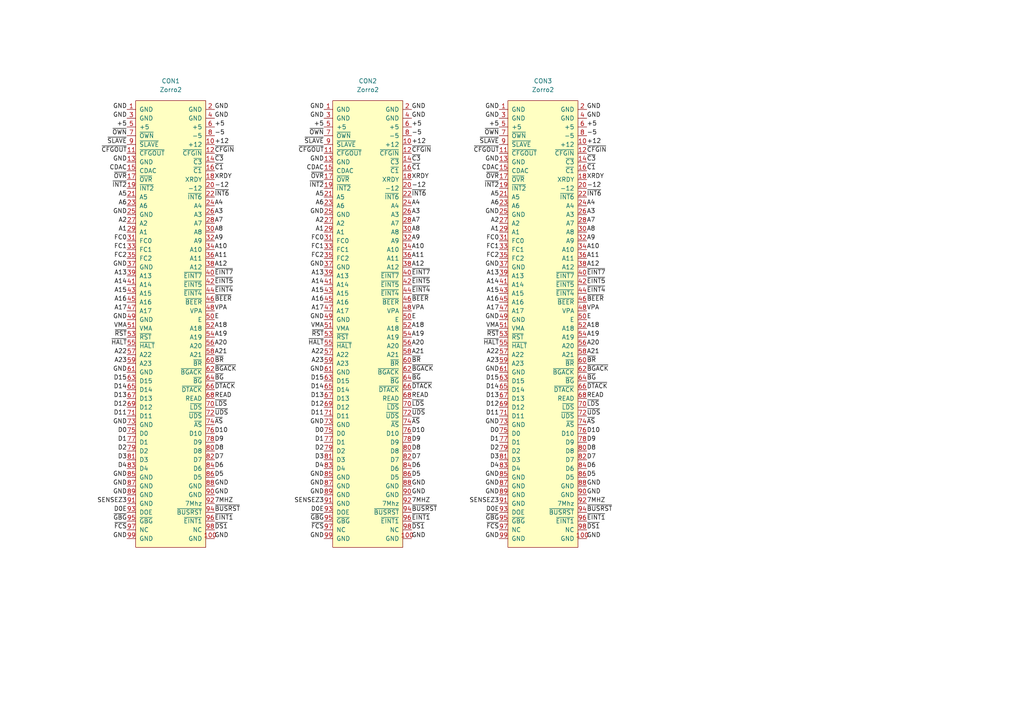
<source format=kicad_sch>
(kicad_sch (version 20211123) (generator eeschema)
  (paper "A4")
  (lib_symbols
    (symbol "Zorro2_1" (pin_names (offset 1.016))
      (property "Reference" "CON3" (at 10.16 5.715 0))
      (property "Value" "Zorro2" (at 10.16 3.175 0))
      (symbol "Zorro2_1_0_1"
        (rectangle (start 0 0) (end 20.32 -129.54) (fill (type background)))
      )
      (symbol "Zorro2_1_1_1"
        (pin power_out line (at -2.54 -2.54 0) (length 2.54) (name "GND") (number "1"))
        (pin power_out line (at 22.86 -12.7 180) (length 2.54) (name "+12") (number "10"))
        (pin power_out line (at 22.86 -127 180) (length 2.54) (name "GND") (number "100"))
        (pin input line (at -2.54 -15.24 0) (length 2.54) (name "~{CFGOUT}") (number "11"))
        (pin output line (at 22.86 -15.24 180) (length 2.54) (name "~{CFGIN}") (number "12"))
        (pin power_out line (at -2.54 -17.78 0) (length 2.54) (name "GND") (number "13"))
        (pin output line (at 22.86 -17.78 180) (length 2.54) (name "~{C3}") (number "14"))
        (pin output line (at -2.54 -20.32 0) (length 2.54) (name "CDAC") (number "15"))
        (pin output line (at 22.86 -20.32 180) (length 2.54) (name "~{C1}") (number "16"))
        (pin input line (at -2.54 -22.86 0) (length 2.54) (name "~{OVR}") (number "17"))
        (pin input line (at 22.86 -22.86 180) (length 2.54) (name "XRDY") (number "18"))
        (pin input line (at -2.54 -25.4 0) (length 2.54) (name "~{INT2}") (number "19"))
        (pin power_out line (at 22.86 -2.54 180) (length 2.54) (name "GND") (number "2"))
        (pin power_out line (at 22.86 -25.4 180) (length 2.54) (name "-12") (number "20"))
        (pin output line (at -2.54 -27.94 0) (length 2.54) (name "A5") (number "21"))
        (pin input line (at 22.86 -27.94 180) (length 2.54) (name "~{INT6}") (number "22"))
        (pin output line (at -2.54 -30.48 0) (length 2.54) (name "A6") (number "23"))
        (pin output line (at 22.86 -30.48 180) (length 2.54) (name "A4") (number "24"))
        (pin power_out line (at -2.54 -33.02 0) (length 2.54) (name "GND") (number "25"))
        (pin output line (at 22.86 -33.02 180) (length 2.54) (name "A3") (number "26"))
        (pin output line (at -2.54 -35.56 0) (length 2.54) (name "A2") (number "27"))
        (pin output line (at 22.86 -35.56 180) (length 2.54) (name "A7") (number "28"))
        (pin output line (at -2.54 -38.1 0) (length 2.54) (name "A1") (number "29"))
        (pin power_out line (at -2.54 -5.08 0) (length 2.54) (name "GND") (number "3"))
        (pin output line (at 22.86 -38.1 180) (length 2.54) (name "A8") (number "30"))
        (pin output line (at -2.54 -40.64 0) (length 2.54) (name "FC0") (number "31"))
        (pin output line (at 22.86 -40.64 180) (length 2.54) (name "A9") (number "32"))
        (pin output line (at -2.54 -43.18 0) (length 2.54) (name "FC1") (number "33"))
        (pin output line (at 22.86 -43.18 180) (length 2.54) (name "A10") (number "34"))
        (pin output line (at -2.54 -45.72 0) (length 2.54) (name "FC2") (number "35"))
        (pin output line (at 22.86 -45.72 180) (length 2.54) (name "A11") (number "36"))
        (pin power_out line (at -2.54 -48.26 0) (length 2.54) (name "GND") (number "37"))
        (pin output line (at 22.86 -48.26 180) (length 2.54) (name "A12") (number "38"))
        (pin output line (at -2.54 -50.8 0) (length 2.54) (name "A13") (number "39"))
        (pin power_out line (at 22.86 -5.08 180) (length 2.54) (name "GND") (number "4"))
        (pin input line (at 22.86 -50.8 180) (length 2.54) (name "~{EINT7}") (number "40"))
        (pin output line (at -2.54 -53.34 0) (length 2.54) (name "A14") (number "41"))
        (pin input line (at 22.86 -53.34 180) (length 2.54) (name "~{EINT5}") (number "42"))
        (pin output line (at -2.54 -55.88 0) (length 2.54) (name "A15") (number "43"))
        (pin input line (at 22.86 -55.88 180) (length 2.54) (name "~{EINT4}") (number "44"))
        (pin output line (at -2.54 -58.42 0) (length 2.54) (name "A16") (number "45"))
        (pin output line (at 22.86 -58.42 180) (length 2.54) (name "~{BEER}") (number "46"))
        (pin output line (at -2.54 -60.96 0) (length 2.54) (name "A17") (number "47"))
        (pin input line (at 22.86 -60.96 180) (length 2.54) (name "VPA") (number "48"))
        (pin power_out line (at -2.54 -63.5 0) (length 2.54) (name "GND") (number "49"))
        (pin power_out line (at -2.54 -7.62 0) (length 2.54) (name "+5") (number "5"))
        (pin output line (at 22.86 -63.5 180) (length 2.54) (name "E") (number "50"))
        (pin output line (at -2.54 -66.04 0) (length 2.54) (name "VMA") (number "51"))
        (pin output line (at 22.86 -66.04 180) (length 2.54) (name "A18") (number "52"))
        (pin output line (at -2.54 -68.58 0) (length 2.54) (name "~{RST}") (number "53"))
        (pin output line (at 22.86 -68.58 180) (length 2.54) (name "A19") (number "54"))
        (pin output line (at -2.54 -71.12 0) (length 2.54) (name "~{HALT}") (number "55"))
        (pin output line (at 22.86 -71.12 180) (length 2.54) (name "A20") (number "56"))
        (pin output line (at -2.54 -73.66 0) (length 2.54) (name "A22") (number "57"))
        (pin output line (at 22.86 -73.66 180) (length 2.54) (name "A21") (number "58"))
        (pin output line (at -2.54 -76.2 0) (length 2.54) (name "A23") (number "59"))
        (pin power_out line (at 22.86 -7.62 180) (length 2.54) (name "+5") (number "6"))
        (pin input line (at 22.86 -76.2 180) (length 2.54) (name "~{BR}") (number "60"))
        (pin power_out line (at -2.54 -78.74 0) (length 2.54) (name "GND") (number "61"))
        (pin input line (at 22.86 -78.74 180) (length 2.54) (name "~{BGACK}") (number "62"))
        (pin bidirectional line (at -2.54 -81.28 0) (length 2.54) (name "D15") (number "63"))
        (pin output line (at 22.86 -81.28 180) (length 2.54) (name "~{BG}") (number "64"))
        (pin bidirectional line (at -2.54 -83.82 0) (length 2.54) (name "D14") (number "65"))
        (pin input line (at 22.86 -83.82 180) (length 2.54) (name "~{DTACK}") (number "66"))
        (pin bidirectional line (at -2.54 -86.36 0) (length 2.54) (name "D13") (number "67"))
        (pin output line (at 22.86 -86.36 180) (length 2.54) (name "READ") (number "68"))
        (pin bidirectional line (at -2.54 -88.9 0) (length 2.54) (name "D12") (number "69"))
        (pin input line (at -2.54 -10.16 0) (length 2.54) (name "~{OWN}") (number "7"))
        (pin output line (at 22.86 -88.9 180) (length 2.54) (name "~{LDS}") (number "70"))
        (pin bidirectional line (at -2.54 -91.44 0) (length 2.54) (name "D11") (number "71"))
        (pin output line (at 22.86 -91.44 180) (length 2.54) (name "~{UDS}") (number "72"))
        (pin power_out line (at -2.54 -93.98 0) (length 2.54) (name "GND") (number "73"))
        (pin output line (at 22.86 -93.98 180) (length 2.54) (name "~{AS}") (number "74"))
        (pin bidirectional line (at -2.54 -96.52 0) (length 2.54) (name "D0") (number "75"))
        (pin bidirectional line (at 22.86 -96.52 180) (length 2.54) (name "D10") (number "76"))
        (pin bidirectional line (at -2.54 -99.06 0) (length 2.54) (name "D1") (number "77"))
        (pin bidirectional line (at 22.86 -99.06 180) (length 2.54) (name "D9") (number "78"))
        (pin bidirectional line (at -2.54 -101.6 0) (length 2.54) (name "D2") (number "79"))
        (pin power_out line (at 22.86 -10.16 180) (length 2.54) (name "-5") (number "8"))
        (pin bidirectional line (at 22.86 -101.6 180) (length 2.54) (name "D8") (number "80"))
        (pin bidirectional line (at -2.54 -104.14 0) (length 2.54) (name "D3") (number "81"))
        (pin bidirectional line (at 22.86 -104.14 180) (length 2.54) (name "D7") (number "82"))
        (pin bidirectional line (at -2.54 -106.68 0) (length 2.54) (name "D4") (number "83"))
        (pin bidirectional line (at 22.86 -106.68 180) (length 2.54) (name "D6") (number "84"))
        (pin power_out line (at -2.54 -109.22 0) (length 2.54) (name "GND") (number "85"))
        (pin bidirectional line (at 22.86 -109.22 180) (length 2.54) (name "D5") (number "86"))
        (pin power_out line (at -2.54 -111.76 0) (length 2.54) (name "GND") (number "87"))
        (pin power_out line (at 22.86 -111.76 180) (length 2.54) (name "GND") (number "88"))
        (pin power_out line (at -2.54 -114.3 0) (length 2.54) (name "GND") (number "89"))
        (pin input line (at -2.54 -12.7 0) (length 2.54) (name "~{SLAVE}") (number "9"))
        (pin power_out line (at 22.86 -114.3 180) (length 2.54) (name "GND") (number "90"))
        (pin power_out line (at -2.54 -116.84 0) (length 2.54) (name "GND") (number "91"))
        (pin output line (at 22.86 -116.84 180) (length 2.54) (name "7Mhz") (number "92"))
        (pin output line (at -2.54 -119.38 0) (length 2.54) (name "DOE") (number "93"))
        (pin bidirectional line (at 22.86 -119.38 180) (length 2.54) (name "~{BUSRST}") (number "94"))
        (pin output line (at -2.54 -121.92 0) (length 2.54) (name "~{GBG}") (number "95"))
        (pin input line (at 22.86 -121.92 180) (length 2.54) (name "~{EINT1}") (number "96"))
        (pin output line (at -2.54 -124.46 0) (length 2.54) (name "NC") (number "97"))
        (pin output line (at 22.86 -124.46 180) (length 2.54) (name "NC") (number "98"))
        (pin power_out line (at -2.54 -127 0) (length 2.54) (name "GND") (number "99"))
      )
    )
    (symbol "Zorro2_2" (pin_names (offset 1.016))
      (property "Reference" "CON2" (at 10.16 5.715 0))
      (property "Value" "Zorro2" (at 10.16 3.175 0))
      (symbol "Zorro2_2_0_1"
        (rectangle (start 0 0) (end 20.32 -129.54) (fill (type background)))
      )
      (symbol "Zorro2_2_1_1"
        (pin power_out line (at -2.54 -2.54 0) (length 2.54) (name "GND") (number "1"))
        (pin power_out line (at 22.86 -12.7 180) (length 2.54) (name "+12") (number "10"))
        (pin power_out line (at 22.86 -127 180) (length 2.54) (name "GND") (number "100"))
        (pin input line (at -2.54 -15.24 0) (length 2.54) (name "~{CFGOUT}") (number "11"))
        (pin output line (at 22.86 -15.24 180) (length 2.54) (name "~{CFGIN}") (number "12"))
        (pin power_out line (at -2.54 -17.78 0) (length 2.54) (name "GND") (number "13"))
        (pin output line (at 22.86 -17.78 180) (length 2.54) (name "~{C3}") (number "14"))
        (pin output line (at -2.54 -20.32 0) (length 2.54) (name "CDAC") (number "15"))
        (pin output line (at 22.86 -20.32 180) (length 2.54) (name "~{C1}") (number "16"))
        (pin input line (at -2.54 -22.86 0) (length 2.54) (name "~{OVR}") (number "17"))
        (pin input line (at 22.86 -22.86 180) (length 2.54) (name "XRDY") (number "18"))
        (pin input line (at -2.54 -25.4 0) (length 2.54) (name "~{INT2}") (number "19"))
        (pin power_out line (at 22.86 -2.54 180) (length 2.54) (name "GND") (number "2"))
        (pin power_out line (at 22.86 -25.4 180) (length 2.54) (name "-12") (number "20"))
        (pin output line (at -2.54 -27.94 0) (length 2.54) (name "A5") (number "21"))
        (pin input line (at 22.86 -27.94 180) (length 2.54) (name "~{INT6}") (number "22"))
        (pin output line (at -2.54 -30.48 0) (length 2.54) (name "A6") (number "23"))
        (pin output line (at 22.86 -30.48 180) (length 2.54) (name "A4") (number "24"))
        (pin power_out line (at -2.54 -33.02 0) (length 2.54) (name "GND") (number "25"))
        (pin output line (at 22.86 -33.02 180) (length 2.54) (name "A3") (number "26"))
        (pin output line (at -2.54 -35.56 0) (length 2.54) (name "A2") (number "27"))
        (pin output line (at 22.86 -35.56 180) (length 2.54) (name "A7") (number "28"))
        (pin output line (at -2.54 -38.1 0) (length 2.54) (name "A1") (number "29"))
        (pin power_out line (at -2.54 -5.08 0) (length 2.54) (name "GND") (number "3"))
        (pin output line (at 22.86 -38.1 180) (length 2.54) (name "A8") (number "30"))
        (pin output line (at -2.54 -40.64 0) (length 2.54) (name "FC0") (number "31"))
        (pin output line (at 22.86 -40.64 180) (length 2.54) (name "A9") (number "32"))
        (pin output line (at -2.54 -43.18 0) (length 2.54) (name "FC1") (number "33"))
        (pin output line (at 22.86 -43.18 180) (length 2.54) (name "A10") (number "34"))
        (pin output line (at -2.54 -45.72 0) (length 2.54) (name "FC2") (number "35"))
        (pin output line (at 22.86 -45.72 180) (length 2.54) (name "A11") (number "36"))
        (pin power_out line (at -2.54 -48.26 0) (length 2.54) (name "GND") (number "37"))
        (pin output line (at 22.86 -48.26 180) (length 2.54) (name "A12") (number "38"))
        (pin output line (at -2.54 -50.8 0) (length 2.54) (name "A13") (number "39"))
        (pin power_out line (at 22.86 -5.08 180) (length 2.54) (name "GND") (number "4"))
        (pin input line (at 22.86 -50.8 180) (length 2.54) (name "~{EINT7}") (number "40"))
        (pin output line (at -2.54 -53.34 0) (length 2.54) (name "A14") (number "41"))
        (pin input line (at 22.86 -53.34 180) (length 2.54) (name "~{EINT5}") (number "42"))
        (pin output line (at -2.54 -55.88 0) (length 2.54) (name "A15") (number "43"))
        (pin input line (at 22.86 -55.88 180) (length 2.54) (name "~{EINT4}") (number "44"))
        (pin output line (at -2.54 -58.42 0) (length 2.54) (name "A16") (number "45"))
        (pin output line (at 22.86 -58.42 180) (length 2.54) (name "~{BEER}") (number "46"))
        (pin output line (at -2.54 -60.96 0) (length 2.54) (name "A17") (number "47"))
        (pin input line (at 22.86 -60.96 180) (length 2.54) (name "VPA") (number "48"))
        (pin power_out line (at -2.54 -63.5 0) (length 2.54) (name "GND") (number "49"))
        (pin power_out line (at -2.54 -7.62 0) (length 2.54) (name "+5") (number "5"))
        (pin output line (at 22.86 -63.5 180) (length 2.54) (name "E") (number "50"))
        (pin output line (at -2.54 -66.04 0) (length 2.54) (name "VMA") (number "51"))
        (pin output line (at 22.86 -66.04 180) (length 2.54) (name "A18") (number "52"))
        (pin output line (at -2.54 -68.58 0) (length 2.54) (name "~{RST}") (number "53"))
        (pin output line (at 22.86 -68.58 180) (length 2.54) (name "A19") (number "54"))
        (pin output line (at -2.54 -71.12 0) (length 2.54) (name "~{HALT}") (number "55"))
        (pin output line (at 22.86 -71.12 180) (length 2.54) (name "A20") (number "56"))
        (pin output line (at -2.54 -73.66 0) (length 2.54) (name "A22") (number "57"))
        (pin output line (at 22.86 -73.66 180) (length 2.54) (name "A21") (number "58"))
        (pin output line (at -2.54 -76.2 0) (length 2.54) (name "A23") (number "59"))
        (pin power_out line (at 22.86 -7.62 180) (length 2.54) (name "+5") (number "6"))
        (pin input line (at 22.86 -76.2 180) (length 2.54) (name "~{BR}") (number "60"))
        (pin power_out line (at -2.54 -78.74 0) (length 2.54) (name "GND") (number "61"))
        (pin input line (at 22.86 -78.74 180) (length 2.54) (name "~{BGACK}") (number "62"))
        (pin bidirectional line (at -2.54 -81.28 0) (length 2.54) (name "D15") (number "63"))
        (pin output line (at 22.86 -81.28 180) (length 2.54) (name "~{BG}") (number "64"))
        (pin bidirectional line (at -2.54 -83.82 0) (length 2.54) (name "D14") (number "65"))
        (pin input line (at 22.86 -83.82 180) (length 2.54) (name "~{DTACK}") (number "66"))
        (pin bidirectional line (at -2.54 -86.36 0) (length 2.54) (name "D13") (number "67"))
        (pin output line (at 22.86 -86.36 180) (length 2.54) (name "READ") (number "68"))
        (pin bidirectional line (at -2.54 -88.9 0) (length 2.54) (name "D12") (number "69"))
        (pin input line (at -2.54 -10.16 0) (length 2.54) (name "~{OWN}") (number "7"))
        (pin output line (at 22.86 -88.9 180) (length 2.54) (name "~{LDS}") (number "70"))
        (pin bidirectional line (at -2.54 -91.44 0) (length 2.54) (name "D11") (number "71"))
        (pin output line (at 22.86 -91.44 180) (length 2.54) (name "~{UDS}") (number "72"))
        (pin power_out line (at -2.54 -93.98 0) (length 2.54) (name "GND") (number "73"))
        (pin output line (at 22.86 -93.98 180) (length 2.54) (name "~{AS}") (number "74"))
        (pin bidirectional line (at -2.54 -96.52 0) (length 2.54) (name "D0") (number "75"))
        (pin bidirectional line (at 22.86 -96.52 180) (length 2.54) (name "D10") (number "76"))
        (pin bidirectional line (at -2.54 -99.06 0) (length 2.54) (name "D1") (number "77"))
        (pin bidirectional line (at 22.86 -99.06 180) (length 2.54) (name "D9") (number "78"))
        (pin bidirectional line (at -2.54 -101.6 0) (length 2.54) (name "D2") (number "79"))
        (pin power_out line (at 22.86 -10.16 180) (length 2.54) (name "-5") (number "8"))
        (pin bidirectional line (at 22.86 -101.6 180) (length 2.54) (name "D8") (number "80"))
        (pin bidirectional line (at -2.54 -104.14 0) (length 2.54) (name "D3") (number "81"))
        (pin bidirectional line (at 22.86 -104.14 180) (length 2.54) (name "D7") (number "82"))
        (pin bidirectional line (at -2.54 -106.68 0) (length 2.54) (name "D4") (number "83"))
        (pin bidirectional line (at 22.86 -106.68 180) (length 2.54) (name "D6") (number "84"))
        (pin power_out line (at -2.54 -109.22 0) (length 2.54) (name "GND") (number "85"))
        (pin bidirectional line (at 22.86 -109.22 180) (length 2.54) (name "D5") (number "86"))
        (pin power_out line (at -2.54 -111.76 0) (length 2.54) (name "GND") (number "87"))
        (pin power_out line (at 22.86 -111.76 180) (length 2.54) (name "GND") (number "88"))
        (pin power_out line (at -2.54 -114.3 0) (length 2.54) (name "GND") (number "89"))
        (pin input line (at -2.54 -12.7 0) (length 2.54) (name "~{SLAVE}") (number "9"))
        (pin power_out line (at 22.86 -114.3 180) (length 2.54) (name "GND") (number "90"))
        (pin power_out line (at -2.54 -116.84 0) (length 2.54) (name "GND") (number "91"))
        (pin output line (at 22.86 -116.84 180) (length 2.54) (name "7Mhz") (number "92"))
        (pin output line (at -2.54 -119.38 0) (length 2.54) (name "DOE") (number "93"))
        (pin bidirectional line (at 22.86 -119.38 180) (length 2.54) (name "~{BUSRST}") (number "94"))
        (pin output line (at -2.54 -121.92 0) (length 2.54) (name "~{GBG}") (number "95"))
        (pin input line (at 22.86 -121.92 180) (length 2.54) (name "~{EINT1}") (number "96"))
        (pin output line (at -2.54 -124.46 0) (length 2.54) (name "NC") (number "97"))
        (pin output line (at 22.86 -124.46 180) (length 2.54) (name "NC") (number "98"))
        (pin power_out line (at -2.54 -127 0) (length 2.54) (name "GND") (number "99"))
      )
    )
    (symbol "Zorro:Zorro2" (pin_names (offset 1.016))
      (property "Reference" "CON1" (at 10.16 5.715 0))
      (property "Value" "Zorro2" (at 10.16 3.175 0))
      (symbol "Zorro2_0_1"
        (rectangle (start 0 0) (end 20.32 -129.54) (fill (type background)))
      )
      (symbol "Zorro2_1_1"
        (pin power_out line (at -2.54 -2.54 0) (length 2.54) (name "GND") (number "1"))
        (pin power_out line (at 22.86 -12.7 180) (length 2.54) (name "+12") (number "10"))
        (pin power_out line (at 22.86 -127 180) (length 2.54) (name "GND") (number "100"))
        (pin input line (at -2.54 -15.24 0) (length 2.54) (name "~{CFGOUT}") (number "11"))
        (pin output line (at 22.86 -15.24 180) (length 2.54) (name "~{CFGIN}") (number "12"))
        (pin power_out line (at -2.54 -17.78 0) (length 2.54) (name "GND") (number "13"))
        (pin output line (at 22.86 -17.78 180) (length 2.54) (name "~{C3}") (number "14"))
        (pin output line (at -2.54 -20.32 0) (length 2.54) (name "CDAC") (number "15"))
        (pin output line (at 22.86 -20.32 180) (length 2.54) (name "~{C1}") (number "16"))
        (pin input line (at -2.54 -22.86 0) (length 2.54) (name "~{OVR}") (number "17"))
        (pin input line (at 22.86 -22.86 180) (length 2.54) (name "XRDY") (number "18"))
        (pin input line (at -2.54 -25.4 0) (length 2.54) (name "~{INT2}") (number "19"))
        (pin power_out line (at 22.86 -2.54 180) (length 2.54) (name "GND") (number "2"))
        (pin power_out line (at 22.86 -25.4 180) (length 2.54) (name "-12") (number "20"))
        (pin output line (at -2.54 -27.94 0) (length 2.54) (name "A5") (number "21"))
        (pin input line (at 22.86 -27.94 180) (length 2.54) (name "~{INT6}") (number "22"))
        (pin output line (at -2.54 -30.48 0) (length 2.54) (name "A6") (number "23"))
        (pin output line (at 22.86 -30.48 180) (length 2.54) (name "A4") (number "24"))
        (pin power_out line (at -2.54 -33.02 0) (length 2.54) (name "GND") (number "25"))
        (pin output line (at 22.86 -33.02 180) (length 2.54) (name "A3") (number "26"))
        (pin output line (at -2.54 -35.56 0) (length 2.54) (name "A2") (number "27"))
        (pin output line (at 22.86 -35.56 180) (length 2.54) (name "A7") (number "28"))
        (pin output line (at -2.54 -38.1 0) (length 2.54) (name "A1") (number "29"))
        (pin power_out line (at -2.54 -5.08 0) (length 2.54) (name "GND") (number "3"))
        (pin output line (at 22.86 -38.1 180) (length 2.54) (name "A8") (number "30"))
        (pin output line (at -2.54 -40.64 0) (length 2.54) (name "FC0") (number "31"))
        (pin output line (at 22.86 -40.64 180) (length 2.54) (name "A9") (number "32"))
        (pin output line (at -2.54 -43.18 0) (length 2.54) (name "FC1") (number "33"))
        (pin output line (at 22.86 -43.18 180) (length 2.54) (name "A10") (number "34"))
        (pin output line (at -2.54 -45.72 0) (length 2.54) (name "FC2") (number "35"))
        (pin output line (at 22.86 -45.72 180) (length 2.54) (name "A11") (number "36"))
        (pin power_out line (at -2.54 -48.26 0) (length 2.54) (name "GND") (number "37"))
        (pin output line (at 22.86 -48.26 180) (length 2.54) (name "A12") (number "38"))
        (pin output line (at -2.54 -50.8 0) (length 2.54) (name "A13") (number "39"))
        (pin power_out line (at 22.86 -5.08 180) (length 2.54) (name "GND") (number "4"))
        (pin input line (at 22.86 -50.8 180) (length 2.54) (name "~{EINT7}") (number "40"))
        (pin output line (at -2.54 -53.34 0) (length 2.54) (name "A14") (number "41"))
        (pin input line (at 22.86 -53.34 180) (length 2.54) (name "~{EINT5}") (number "42"))
        (pin output line (at -2.54 -55.88 0) (length 2.54) (name "A15") (number "43"))
        (pin input line (at 22.86 -55.88 180) (length 2.54) (name "~{EINT4}") (number "44"))
        (pin output line (at -2.54 -58.42 0) (length 2.54) (name "A16") (number "45"))
        (pin output line (at 22.86 -58.42 180) (length 2.54) (name "~{BEER}") (number "46"))
        (pin output line (at -2.54 -60.96 0) (length 2.54) (name "A17") (number "47"))
        (pin input line (at 22.86 -60.96 180) (length 2.54) (name "VPA") (number "48"))
        (pin power_out line (at -2.54 -63.5 0) (length 2.54) (name "GND") (number "49"))
        (pin power_out line (at -2.54 -7.62 0) (length 2.54) (name "+5") (number "5"))
        (pin output line (at 22.86 -63.5 180) (length 2.54) (name "E") (number "50"))
        (pin output line (at -2.54 -66.04 0) (length 2.54) (name "VMA") (number "51"))
        (pin output line (at 22.86 -66.04 180) (length 2.54) (name "A18") (number "52"))
        (pin output line (at -2.54 -68.58 0) (length 2.54) (name "~{RST}") (number "53"))
        (pin output line (at 22.86 -68.58 180) (length 2.54) (name "A19") (number "54"))
        (pin output line (at -2.54 -71.12 0) (length 2.54) (name "~{HALT}") (number "55"))
        (pin output line (at 22.86 -71.12 180) (length 2.54) (name "A20") (number "56"))
        (pin output line (at -2.54 -73.66 0) (length 2.54) (name "A22") (number "57"))
        (pin output line (at 22.86 -73.66 180) (length 2.54) (name "A21") (number "58"))
        (pin output line (at -2.54 -76.2 0) (length 2.54) (name "A23") (number "59"))
        (pin power_out line (at 22.86 -7.62 180) (length 2.54) (name "+5") (number "6"))
        (pin input line (at 22.86 -76.2 180) (length 2.54) (name "~{BR}") (number "60"))
        (pin power_out line (at -2.54 -78.74 0) (length 2.54) (name "GND") (number "61"))
        (pin input line (at 22.86 -78.74 180) (length 2.54) (name "~{BGACK}") (number "62"))
        (pin bidirectional line (at -2.54 -81.28 0) (length 2.54) (name "D15") (number "63"))
        (pin output line (at 22.86 -81.28 180) (length 2.54) (name "~{BG}") (number "64"))
        (pin bidirectional line (at -2.54 -83.82 0) (length 2.54) (name "D14") (number "65"))
        (pin input line (at 22.86 -83.82 180) (length 2.54) (name "~{DTACK}") (number "66"))
        (pin bidirectional line (at -2.54 -86.36 0) (length 2.54) (name "D13") (number "67"))
        (pin output line (at 22.86 -86.36 180) (length 2.54) (name "READ") (number "68"))
        (pin bidirectional line (at -2.54 -88.9 0) (length 2.54) (name "D12") (number "69"))
        (pin input line (at -2.54 -10.16 0) (length 2.54) (name "~{OWN}") (number "7"))
        (pin output line (at 22.86 -88.9 180) (length 2.54) (name "~{LDS}") (number "70"))
        (pin bidirectional line (at -2.54 -91.44 0) (length 2.54) (name "D11") (number "71"))
        (pin output line (at 22.86 -91.44 180) (length 2.54) (name "~{UDS}") (number "72"))
        (pin power_out line (at -2.54 -93.98 0) (length 2.54) (name "GND") (number "73"))
        (pin output line (at 22.86 -93.98 180) (length 2.54) (name "~{AS}") (number "74"))
        (pin bidirectional line (at -2.54 -96.52 0) (length 2.54) (name "D0") (number "75"))
        (pin bidirectional line (at 22.86 -96.52 180) (length 2.54) (name "D10") (number "76"))
        (pin bidirectional line (at -2.54 -99.06 0) (length 2.54) (name "D1") (number "77"))
        (pin bidirectional line (at 22.86 -99.06 180) (length 2.54) (name "D9") (number "78"))
        (pin bidirectional line (at -2.54 -101.6 0) (length 2.54) (name "D2") (number "79"))
        (pin power_out line (at 22.86 -10.16 180) (length 2.54) (name "-5") (number "8"))
        (pin bidirectional line (at 22.86 -101.6 180) (length 2.54) (name "D8") (number "80"))
        (pin bidirectional line (at -2.54 -104.14 0) (length 2.54) (name "D3") (number "81"))
        (pin bidirectional line (at 22.86 -104.14 180) (length 2.54) (name "D7") (number "82"))
        (pin bidirectional line (at -2.54 -106.68 0) (length 2.54) (name "D4") (number "83"))
        (pin bidirectional line (at 22.86 -106.68 180) (length 2.54) (name "D6") (number "84"))
        (pin power_out line (at -2.54 -109.22 0) (length 2.54) (name "GND") (number "85"))
        (pin bidirectional line (at 22.86 -109.22 180) (length 2.54) (name "D5") (number "86"))
        (pin power_out line (at -2.54 -111.76 0) (length 2.54) (name "GND") (number "87"))
        (pin power_out line (at 22.86 -111.76 180) (length 2.54) (name "GND") (number "88"))
        (pin power_out line (at -2.54 -114.3 0) (length 2.54) (name "GND") (number "89"))
        (pin input line (at -2.54 -12.7 0) (length 2.54) (name "~{SLAVE}") (number "9"))
        (pin power_out line (at 22.86 -114.3 180) (length 2.54) (name "GND") (number "90"))
        (pin power_out line (at -2.54 -116.84 0) (length 2.54) (name "GND") (number "91"))
        (pin output line (at 22.86 -116.84 180) (length 2.54) (name "7Mhz") (number "92"))
        (pin output line (at -2.54 -119.38 0) (length 2.54) (name "DOE") (number "93"))
        (pin bidirectional line (at 22.86 -119.38 180) (length 2.54) (name "~{BUSRST}") (number "94"))
        (pin output line (at -2.54 -121.92 0) (length 2.54) (name "~{GBG}") (number "95"))
        (pin input line (at 22.86 -121.92 180) (length 2.54) (name "~{EINT1}") (number "96"))
        (pin output line (at -2.54 -124.46 0) (length 2.54) (name "NC") (number "97"))
        (pin output line (at 22.86 -124.46 180) (length 2.54) (name "NC") (number "98"))
        (pin power_out line (at -2.54 -127 0) (length 2.54) (name "GND") (number "99"))
      )
    )
  )
  (label "~{BUSRST}" (at 119.38 148.59 0))
  (label "D15" (at 144.78 110.49 180))
  (label "~{HALT}" (at 93.98 100.33 180))
  (label "FC1" (at 93.98 72.39 180))
  (label "~{BEER}" (at 170.18 87.63 0))
  (label "GND" (at 144.78 46.99 180))
  (label "~{BR}" (at 62.23 105.41 0))
  (label "~{BEER}" (at 62.23 87.63 0))
  (label "D6" (at 62.23 135.89 0))
  (label "~{INT2}" (at 144.78 54.61 180))
  (label "~{DS1}" (at 170.18 153.67 0))
  (label "FC2" (at 36.83 74.93 180))
  (label "~{FCS}" (at 36.83 153.67 180))
  (label "~{DS1}" (at 119.38 153.67 0))
  (label "~{UDS}" (at 62.23 120.65 0))
  (label "A2" (at 144.78 64.77 180))
  (label "~{BGACK}" (at 62.23 107.95 0))
  (label "GND" (at 62.23 140.97 0))
  (label "GND" (at 144.78 34.29 180))
  (label "GND" (at 93.98 46.99 180))
  (label "D3" (at 36.83 133.35 180))
  (label "A9" (at 170.18 69.85 0))
  (label "~{OVR}" (at 144.78 52.07 180))
  (label "CDAC" (at 93.98 49.53 180))
  (label "~{OVR}" (at 36.83 52.07 180))
  (label "CDAC" (at 144.78 49.53 180))
  (label "GND" (at 93.98 156.21 180))
  (label "~{CFGOUT}" (at 36.83 44.45 180))
  (label "D15" (at 36.83 110.49 180))
  (label "D3" (at 144.78 133.35 180))
  (label "D4" (at 36.83 135.89 180))
  (label "READ" (at 62.23 115.57 0))
  (label "~{HALT}" (at 144.78 100.33 180))
  (label "~{OVR}" (at 93.98 52.07 180))
  (label "D13" (at 93.98 115.57 180))
  (label "A6" (at 144.78 59.69 180))
  (label "~{INT6}" (at 170.18 57.15 0))
  (label "FC1" (at 36.83 72.39 180))
  (label "A17" (at 144.78 90.17 180))
  (label "A14" (at 93.98 82.55 180))
  (label "GND" (at 144.78 123.19 180))
  (label "SENSEZ3" (at 144.78 146.05 180))
  (label "A20" (at 62.23 100.33 0))
  (label "A18" (at 119.38 95.25 0))
  (label "+5" (at 170.18 36.83 0))
  (label "~{BG}" (at 119.38 110.49 0))
  (label "~{EINT5}" (at 62.23 82.55 0))
  (label "D0" (at 93.98 125.73 180))
  (label "~{LDS}" (at 62.23 118.11 0))
  (label "GND" (at 170.18 143.51 0))
  (label "A5" (at 93.98 57.15 180))
  (label "A1" (at 144.78 67.31 180))
  (label "D5" (at 62.23 138.43 0))
  (label "D0E" (at 144.78 148.59 180))
  (label "A1" (at 36.83 67.31 180))
  (label "D3" (at 93.98 133.35 180))
  (label "~{C1}" (at 170.18 49.53 0))
  (label "~{C3}" (at 170.18 46.99 0))
  (label "~{C1}" (at 62.23 49.53 0))
  (label "A16" (at 36.83 87.63 180))
  (label "A4" (at 119.38 59.69 0))
  (label "GND" (at 119.38 156.21 0))
  (label "A20" (at 119.38 100.33 0))
  (label "A4" (at 170.18 59.69 0))
  (label "D11" (at 36.83 120.65 180))
  (label "D14" (at 36.83 113.03 180))
  (label "GND" (at 36.83 138.43 180))
  (label "GND" (at 36.83 143.51 180))
  (label "CDAC" (at 36.83 49.53 180))
  (label "D0" (at 144.78 125.73 180))
  (label "GND" (at 144.78 143.51 180))
  (label "A8" (at 119.38 67.31 0))
  (label "D8" (at 170.18 130.81 0))
  (label "D0E" (at 93.98 148.59 180))
  (label "GND" (at 36.83 77.47 180))
  (label "A8" (at 62.23 67.31 0))
  (label "GND" (at 36.83 107.95 180))
  (label "A15" (at 93.98 85.09 180))
  (label "D11" (at 144.78 120.65 180))
  (label "~{C3}" (at 119.38 46.99 0))
  (label "~{AS}" (at 170.18 123.19 0))
  (label "A7" (at 170.18 64.77 0))
  (label "GND" (at 36.83 156.21 180))
  (label "A11" (at 62.23 74.93 0))
  (label "A6" (at 93.98 59.69 180))
  (label "+5" (at 62.23 36.83 0))
  (label "XRDY" (at 170.18 52.07 0))
  (label "A12" (at 119.38 77.47 0))
  (label "A10" (at 119.38 72.39 0))
  (label "VPA" (at 170.18 90.17 0))
  (label "FC2" (at 93.98 74.93 180))
  (label "D9" (at 62.23 128.27 0))
  (label "~{UDS}" (at 119.38 120.65 0))
  (label "~{LDS}" (at 170.18 118.11 0))
  (label "~{EINT4}" (at 170.18 85.09 0))
  (label "D14" (at 93.98 113.03 180))
  (label "A16" (at 144.78 87.63 180))
  (label "D10" (at 119.38 125.73 0))
  (label "D2" (at 144.78 130.81 180))
  (label "~{UDS}" (at 170.18 120.65 0))
  (label "~{CFGIN}" (at 119.38 44.45 0))
  (label "~{C1}" (at 119.38 49.53 0))
  (label "A16" (at 93.98 87.63 180))
  (label "A21" (at 119.38 102.87 0))
  (label "A3" (at 119.38 62.23 0))
  (label "A5" (at 144.78 57.15 180))
  (label "~{INT2}" (at 36.83 54.61 180))
  (label "GND" (at 119.38 31.75 0))
  (label "VPA" (at 119.38 90.17 0))
  (label "VMA" (at 144.78 95.25 180))
  (label "D9" (at 170.18 128.27 0))
  (label "~{CFGOUT}" (at 93.98 44.45 180))
  (label "~{BEER}" (at 119.38 87.63 0))
  (label "~{AS}" (at 62.23 123.19 0))
  (label "D13" (at 36.83 115.57 180))
  (label "A4" (at 62.23 59.69 0))
  (label "~{DTACK}" (at 62.23 113.03 0))
  (label "-5" (at 119.38 39.37 0))
  (label "~{BG}" (at 62.23 110.49 0))
  (label "GND" (at 93.98 138.43 180))
  (label "D1" (at 93.98 128.27 180))
  (label "A15" (at 36.83 85.09 180))
  (label "GND" (at 93.98 107.95 180))
  (label "A23" (at 144.78 105.41 180))
  (label "-12" (at 170.18 54.61 0))
  (label "+12" (at 170.18 41.91 0))
  (label "~{EINT7}" (at 119.38 80.01 0))
  (label "A23" (at 93.98 105.41 180))
  (label "E" (at 119.38 92.71 0))
  (label "GND" (at 93.98 62.23 180))
  (label "~{BUSRST}" (at 170.18 148.59 0))
  (label "~{LDS}" (at 119.38 118.11 0))
  (label "+5" (at 93.98 36.83 180))
  (label "A18" (at 170.18 95.25 0))
  (label "~{INT2}" (at 93.98 54.61 180))
  (label "D2" (at 36.83 130.81 180))
  (label "A2" (at 93.98 64.77 180))
  (label "FC1" (at 144.78 72.39 180))
  (label "D2" (at 93.98 130.81 180))
  (label "A6" (at 36.83 59.69 180))
  (label "-12" (at 119.38 54.61 0))
  (label "D5" (at 119.38 138.43 0))
  (label "E" (at 170.18 92.71 0))
  (label "~{RST}" (at 144.78 97.79 180))
  (label "GND" (at 144.78 140.97 180))
  (label "~{CFGIN}" (at 170.18 44.45 0))
  (label "READ" (at 170.18 115.57 0))
  (label "D6" (at 170.18 135.89 0))
  (label "A22" (at 144.78 102.87 180))
  (label "VMA" (at 36.83 95.25 180))
  (label "A22" (at 36.83 102.87 180))
  (label "-5" (at 62.23 39.37 0))
  (label "~{EINT5}" (at 170.18 82.55 0))
  (label "~{BUSRST}" (at 62.23 148.59 0))
  (label "D6" (at 119.38 135.89 0))
  (label "~{SLAVE}" (at 36.83 41.91 180))
  (label "A7" (at 62.23 64.77 0))
  (label "~{OWN}" (at 36.83 39.37 180))
  (label "GND" (at 170.18 156.21 0))
  (label "A19" (at 170.18 97.79 0))
  (label "A11" (at 170.18 74.93 0))
  (label "D12" (at 144.78 118.11 180))
  (label "~{RST}" (at 93.98 97.79 180))
  (label "A12" (at 62.23 77.47 0))
  (label "~{OWN}" (at 93.98 39.37 180))
  (label "GND" (at 144.78 62.23 180))
  (label "FC2" (at 144.78 74.93 180))
  (label "A21" (at 62.23 102.87 0))
  (label "GND" (at 93.98 143.51 180))
  (label "~{EINT7}" (at 62.23 80.01 0))
  (label "VMA" (at 93.98 95.25 180))
  (label "~{EINT5}" (at 119.38 82.55 0))
  (label "~{FCS}" (at 144.78 153.67 180))
  (label "~{GBG}" (at 144.78 151.13 180))
  (label "FC0" (at 93.98 69.85 180))
  (label "READ" (at 119.38 115.57 0))
  (label "+5" (at 144.78 36.83 180))
  (label "A15" (at 144.78 85.09 180))
  (label "GND" (at 144.78 138.43 180))
  (label "GND" (at 36.83 31.75 180))
  (label "~{EINT7}" (at 170.18 80.01 0))
  (label "D11" (at 93.98 120.65 180))
  (label "-5" (at 170.18 39.37 0))
  (label "A3" (at 62.23 62.23 0))
  (label "GND" (at 144.78 77.47 180))
  (label "A17" (at 36.83 90.17 180))
  (label "GND" (at 62.23 156.21 0))
  (label "A19" (at 62.23 97.79 0))
  (label "A10" (at 62.23 72.39 0))
  (label "GND" (at 144.78 156.21 180))
  (label "~{BGACK}" (at 170.18 107.95 0))
  (label "D15" (at 93.98 110.49 180))
  (label "XRDY" (at 62.23 52.07 0))
  (label "~{EINT4}" (at 62.23 85.09 0))
  (label "D7" (at 170.18 133.35 0))
  (label "~{BR}" (at 119.38 105.41 0))
  (label "A13" (at 93.98 80.01 180))
  (label "A13" (at 144.78 80.01 180))
  (label "~{DS1}" (at 62.23 153.67 0))
  (label "FC0" (at 144.78 69.85 180))
  (label "GND" (at 36.83 92.71 180))
  (label "SENSEZ3" (at 93.98 146.05 180))
  (label "D0E" (at 36.83 148.59 180))
  (label "GND" (at 170.18 140.97 0))
  (label "FC0" (at 36.83 69.85 180))
  (label "~{INT6}" (at 119.38 57.15 0))
  (label "~{BGACK}" (at 119.38 107.95 0))
  (label "7MHZ" (at 62.23 146.05 0))
  (label "A7" (at 119.38 64.77 0))
  (label "GND" (at 93.98 92.71 180))
  (label "~{CFGIN}" (at 62.23 44.45 0))
  (label "D12" (at 36.83 118.11 180))
  (label "~{HALT}" (at 36.83 100.33 180))
  (label "GND" (at 93.98 34.29 180))
  (label "~{BR}" (at 170.18 105.41 0))
  (label "GND" (at 62.23 143.51 0))
  (label "GND" (at 93.98 31.75 180))
  (label "GND" (at 93.98 123.19 180))
  (label "D8" (at 119.38 130.81 0))
  (label "GND" (at 62.23 34.29 0))
  (label "VPA" (at 62.23 90.17 0))
  (label "-12" (at 62.23 54.61 0))
  (label "D13" (at 144.78 115.57 180))
  (label "GND" (at 36.83 123.19 180))
  (label "A20" (at 170.18 100.33 0))
  (label "+12" (at 119.38 41.91 0))
  (label "A10" (at 170.18 72.39 0))
  (label "D12" (at 93.98 118.11 180))
  (label "GND" (at 36.83 34.29 180))
  (label "A19" (at 119.38 97.79 0))
  (label "~{EINT1}" (at 170.18 151.13 0))
  (label "A3" (at 170.18 62.23 0))
  (label "GND" (at 62.23 31.75 0))
  (label "~{EINT4}" (at 119.38 85.09 0))
  (label "GND" (at 36.83 46.99 180))
  (label "SENSEZ3" (at 36.83 146.05 180))
  (label "~{INT6}" (at 62.23 57.15 0))
  (label "~{SLAVE}" (at 93.98 41.91 180))
  (label "~{C3}" (at 62.23 46.99 0))
  (label "A14" (at 36.83 82.55 180))
  (label "D10" (at 62.23 125.73 0))
  (label "GND" (at 93.98 140.97 180))
  (label "A23" (at 36.83 105.41 180))
  (label "A8" (at 170.18 67.31 0))
  (label "A17" (at 93.98 90.17 180))
  (label "GND" (at 36.83 140.97 180))
  (label "~{BG}" (at 170.18 110.49 0))
  (label "GND" (at 93.98 77.47 180))
  (label "D1" (at 36.83 128.27 180))
  (label "~{RST}" (at 36.83 97.79 180))
  (label "~{DTACK}" (at 119.38 113.03 0))
  (label "D8" (at 62.23 130.81 0))
  (label "XRDY" (at 119.38 52.07 0))
  (label "GND" (at 144.78 107.95 180))
  (label "D4" (at 144.78 135.89 180))
  (label "GND" (at 119.38 143.51 0))
  (label "D10" (at 170.18 125.73 0))
  (label "A12" (at 170.18 77.47 0))
  (label "D9" (at 119.38 128.27 0))
  (label "GND" (at 170.18 31.75 0))
  (label "A2" (at 36.83 64.77 180))
  (label "GND" (at 119.38 34.29 0))
  (label "~{EINT1}" (at 62.23 151.13 0))
  (label "A18" (at 62.23 95.25 0))
  (label "~{EINT1}" (at 119.38 151.13 0))
  (label "A1" (at 93.98 67.31 180))
  (label "~{OWN}" (at 144.78 39.37 180))
  (label "A13" (at 36.83 80.01 180))
  (label "A9" (at 62.23 69.85 0))
  (label "7MHZ" (at 170.18 146.05 0))
  (label "~{DTACK}" (at 170.18 113.03 0))
  (label "D5" (at 170.18 138.43 0))
  (label "A22" (at 93.98 102.87 180))
  (label "+5" (at 119.38 36.83 0))
  (label "~{GBG}" (at 93.98 151.13 180))
  (label "D0" (at 36.83 125.73 180))
  (label "~{SLAVE}" (at 144.78 41.91 180))
  (label "A9" (at 119.38 69.85 0))
  (label "A21" (at 170.18 102.87 0))
  (label "~{FCS}" (at 93.98 153.67 180))
  (label "~{GBG}" (at 36.83 151.13 180))
  (label "7MHZ" (at 119.38 146.05 0))
  (label "A11" (at 119.38 74.93 0))
  (label "GND" (at 144.78 92.71 180))
  (label "D7" (at 119.38 133.35 0))
  (label "D4" (at 93.98 135.89 180))
  (label "D7" (at 62.23 133.35 0))
  (label "GND" (at 170.18 34.29 0))
  (label "~{CFGOUT}" (at 144.78 44.45 180))
  (label "+12" (at 62.23 41.91 0))
  (label "D14" (at 144.78 113.03 180))
  (label "A14" (at 144.78 82.55 180))
  (label "GND" (at 36.83 62.23 180))
  (label "GND" (at 119.38 140.97 0))
  (label "+5" (at 36.83 36.83 180))
  (label "E" (at 62.23 92.71 0))
  (label "~{AS}" (at 119.38 123.19 0))
  (label "A5" (at 36.83 57.15 180))
  (label "GND" (at 144.78 31.75 180))
  (label "D1" (at 144.78 128.27 180))
  (symbol (lib_id "Zorro:Zorro2") (at 39.37 29.21 0) (unit 1)
    (property "Reference" "CON1" (at 49.53 23.495 0))
    (property "Value" "Zorro2" (at 49.53 26.035 0))
    (property "Footprint" "Zorro:Zorro2-CardEdge" (effects hide))
  )
  (symbol (lib_name "Zorro2_1") (lib_id "Zorro:Zorro2") (at 147.32 29.21 0) (unit 1)
    (property "Reference" "CON3" (at 157.48 23.495 0))
    (property "Value" "Zorro2" (at 157.48 26.035 0))
    (property "Footprint" "Zorro:Zorro2-Connector" (effects hide))
  )
  (symbol (lib_name "Zorro2_2") (lib_id "Zorro:Zorro2") (at 96.52 29.21 0) (unit 1)
    (property "Reference" "CON2" (at 106.68 23.495 0))
    (property "Value" "Zorro2" (at 106.68 26.035 0))
    (property "Footprint" "Zorro:Zorro2-Connector-Edgemount" (effects hide))
  )
)
</source>
